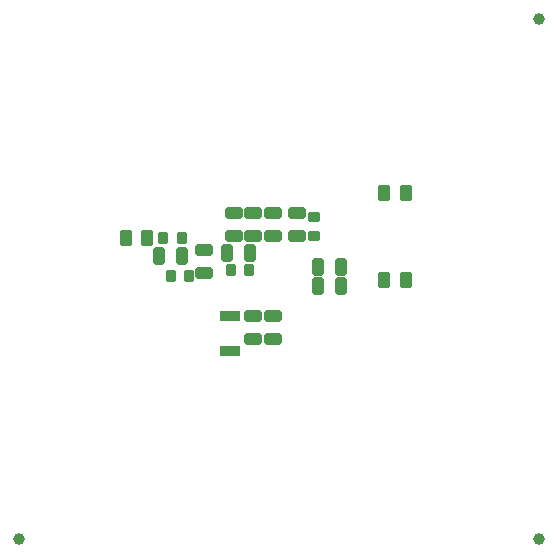
<source format=gbp>
G04*
G04 #@! TF.GenerationSoftware,Altium Limited,Altium Designer,21.4.1 (30)*
G04*
G04 Layer_Color=128*
%FSLAX44Y44*%
%MOMM*%
G71*
G04*
G04 #@! TF.SameCoordinates,32E730F9-F919-4429-9A71-2B0F18EA1AEE*
G04*
G04*
G04 #@! TF.FilePolarity,Positive*
G04*
G01*
G75*
G04:AMPARAMS|DCode=26|XSize=1.025mm|YSize=1.4mm|CornerRadius=0.123mm|HoleSize=0mm|Usage=FLASHONLY|Rotation=0.000|XOffset=0mm|YOffset=0mm|HoleType=Round|Shape=RoundedRectangle|*
%AMROUNDEDRECTD26*
21,1,1.0250,1.1540,0,0,0.0*
21,1,0.7790,1.4000,0,0,0.0*
1,1,0.2460,0.3895,-0.5770*
1,1,0.2460,-0.3895,-0.5770*
1,1,0.2460,-0.3895,0.5770*
1,1,0.2460,0.3895,0.5770*
%
%ADD26ROUNDEDRECTD26*%
G04:AMPARAMS|DCode=27|XSize=1mm|YSize=1.45mm|CornerRadius=0.125mm|HoleSize=0mm|Usage=FLASHONLY|Rotation=270.000|XOffset=0mm|YOffset=0mm|HoleType=Round|Shape=RoundedRectangle|*
%AMROUNDEDRECTD27*
21,1,1.0000,1.2000,0,0,270.0*
21,1,0.7500,1.4500,0,0,270.0*
1,1,0.2500,-0.6000,-0.3750*
1,1,0.2500,-0.6000,0.3750*
1,1,0.2500,0.6000,0.3750*
1,1,0.2500,0.6000,-0.3750*
%
%ADD27ROUNDEDRECTD27*%
G04:AMPARAMS|DCode=28|XSize=1mm|YSize=1.45mm|CornerRadius=0.125mm|HoleSize=0mm|Usage=FLASHONLY|Rotation=0.000|XOffset=0mm|YOffset=0mm|HoleType=Round|Shape=RoundedRectangle|*
%AMROUNDEDRECTD28*
21,1,1.0000,1.2000,0,0,0.0*
21,1,0.7500,1.4500,0,0,0.0*
1,1,0.2500,0.3750,-0.6000*
1,1,0.2500,-0.3750,-0.6000*
1,1,0.2500,-0.3750,0.6000*
1,1,0.2500,0.3750,0.6000*
%
%ADD28ROUNDEDRECTD28*%
%ADD30C,1.0000*%
%ADD62R,1.7500X0.9500*%
G04:AMPARAMS|DCode=63|XSize=0.875mm|YSize=0.95mm|CornerRadius=0.1094mm|HoleSize=0mm|Usage=FLASHONLY|Rotation=180.000|XOffset=0mm|YOffset=0mm|HoleType=Round|Shape=RoundedRectangle|*
%AMROUNDEDRECTD63*
21,1,0.8750,0.7313,0,0,180.0*
21,1,0.6563,0.9500,0,0,180.0*
1,1,0.2188,-0.3281,0.3656*
1,1,0.2188,0.3281,0.3656*
1,1,0.2188,0.3281,-0.3656*
1,1,0.2188,-0.3281,-0.3656*
%
%ADD63ROUNDEDRECTD63*%
G04:AMPARAMS|DCode=64|XSize=0.875mm|YSize=0.95mm|CornerRadius=0.1094mm|HoleSize=0mm|Usage=FLASHONLY|Rotation=90.000|XOffset=0mm|YOffset=0mm|HoleType=Round|Shape=RoundedRectangle|*
%AMROUNDEDRECTD64*
21,1,0.8750,0.7313,0,0,90.0*
21,1,0.6563,0.9500,0,0,90.0*
1,1,0.2188,0.3656,0.3281*
1,1,0.2188,0.3656,-0.3281*
1,1,0.2188,-0.3656,-0.3281*
1,1,0.2188,-0.3656,0.3281*
%
%ADD64ROUNDEDRECTD64*%
D26*
X138475Y284290D02*
D03*
X120225D02*
D03*
X357150Y249143D02*
D03*
X338900D02*
D03*
Y322636D02*
D03*
X357150D02*
D03*
D27*
X211900Y305700D02*
D03*
Y286700D02*
D03*
X227840D02*
D03*
Y305700D02*
D03*
X244920D02*
D03*
Y286700D02*
D03*
X244926Y218401D02*
D03*
Y199401D02*
D03*
X265240Y286700D02*
D03*
Y305700D02*
D03*
X228133Y199401D02*
D03*
Y218401D02*
D03*
X186500Y274460D02*
D03*
Y255460D02*
D03*
D28*
X167705Y269050D02*
D03*
X148705D02*
D03*
X302400Y260160D02*
D03*
X283400D02*
D03*
X225210Y271590D02*
D03*
X206210D02*
D03*
X283400Y243650D02*
D03*
X302400D02*
D03*
D30*
X470000Y30000D02*
D03*
X30000D02*
D03*
X470000Y470000D02*
D03*
D62*
X208090Y188901D02*
D03*
Y218401D02*
D03*
D63*
X167705Y284290D02*
D03*
X151955D02*
D03*
X224855Y257620D02*
D03*
X209105D02*
D03*
X158305Y252540D02*
D03*
X174055D02*
D03*
D64*
X279210Y286700D02*
D03*
Y302450D02*
D03*
M02*

</source>
